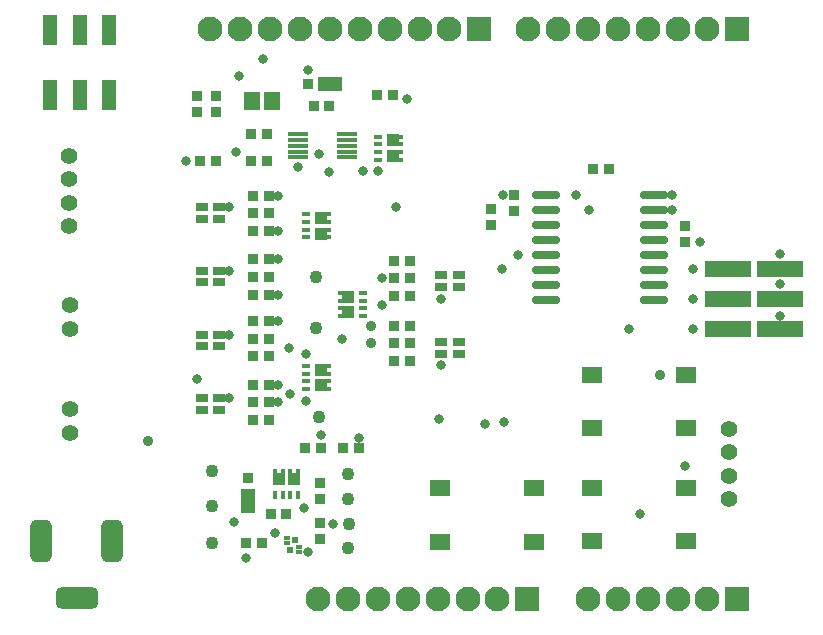
<source format=gts>
G04 Layer_Color=8388736*
%FSLAX24Y24*%
%MOIN*%
G70*
G01*
G75*
%ADD43C,0.0315*%
%ADD79R,0.0197X0.0118*%
%ADD80R,0.0236X0.0236*%
%ADD81R,0.0411X0.0433*%
%ADD82R,0.0412X0.0433*%
%ADD83R,0.0157X0.0315*%
%ADD84R,0.0433X0.0411*%
%ADD85R,0.0433X0.0412*%
%ADD86R,0.0315X0.0157*%
%ADD87R,0.0354X0.0335*%
%ADD88R,0.0335X0.0354*%
%ADD89R,0.1539X0.0539*%
%ADD90R,0.0650X0.0551*%
%ADD91R,0.0512X0.1024*%
%ADD92O,0.0945X0.0276*%
%ADD93O,0.0709X0.0157*%
%ADD94R,0.0551X0.0630*%
%ADD95R,0.0827X0.0472*%
%ADD96R,0.0354X0.0354*%
%ADD97R,0.0394X0.0315*%
%ADD98C,0.0433*%
%ADD99R,0.0354X0.0354*%
%ADD100R,0.0472X0.0827*%
%ADD101C,0.0551*%
%ADD102C,0.0827*%
%ADD103R,0.0827X0.0827*%
G04:AMPARAMS|DCode=104|XSize=70.9mil|YSize=141.7mil|CornerRadius=18.7mil|HoleSize=0mil|Usage=FLASHONLY|Rotation=0.000|XOffset=0mil|YOffset=0mil|HoleType=Round|Shape=RoundedRectangle|*
%AMROUNDEDRECTD104*
21,1,0.0709,0.1043,0,0,0.0*
21,1,0.0335,0.1417,0,0,0.0*
1,1,0.0374,0.0167,-0.0522*
1,1,0.0374,-0.0167,-0.0522*
1,1,0.0374,-0.0167,0.0522*
1,1,0.0374,0.0167,0.0522*
%
%ADD104ROUNDEDRECTD104*%
G04:AMPARAMS|DCode=105|XSize=70.9mil|YSize=141.7mil|CornerRadius=18.7mil|HoleSize=0mil|Usage=FLASHONLY|Rotation=270.000|XOffset=0mil|YOffset=0mil|HoleType=Round|Shape=RoundedRectangle|*
%AMROUNDEDRECTD105*
21,1,0.0709,0.1043,0,0,270.0*
21,1,0.0335,0.1417,0,0,270.0*
1,1,0.0374,-0.0522,-0.0167*
1,1,0.0374,-0.0522,0.0167*
1,1,0.0374,0.0522,0.0167*
1,1,0.0374,0.0522,-0.0167*
%
%ADD105ROUNDEDRECTD105*%
%ADD106C,0.0354*%
D43*
X10097Y9408D02*
D03*
X23804Y12958D02*
D03*
X26485Y12560D02*
D03*
X26491Y11562D02*
D03*
X23567Y10055D02*
D03*
Y11055D02*
D03*
X23572Y12055D02*
D03*
X7056Y8394D02*
D03*
X10138Y7867D02*
D03*
X13065Y15328D02*
D03*
X10422Y15450D02*
D03*
X11435Y15288D02*
D03*
X10728Y18697D02*
D03*
X9246Y19059D02*
D03*
X16626Y6894D02*
D03*
X23317Y5474D02*
D03*
X21452Y10057D02*
D03*
X14031Y17721D02*
D03*
X12571Y15328D02*
D03*
X13194Y10835D02*
D03*
X13194Y11736D02*
D03*
X10746Y2616D02*
D03*
X17194Y12044D02*
D03*
X20124Y14001D02*
D03*
X8354Y15937D02*
D03*
X13666Y14112D02*
D03*
X8435Y18491D02*
D03*
X11111Y15896D02*
D03*
X11585Y3558D02*
D03*
X10665Y7664D02*
D03*
X11192Y6529D02*
D03*
X8678Y2433D02*
D03*
X21817Y3893D02*
D03*
X19667Y14501D02*
D03*
X17275Y6934D02*
D03*
X15115Y7046D02*
D03*
X11864Y9733D02*
D03*
X15190Y8836D02*
D03*
Y11047D02*
D03*
X26491Y10492D02*
D03*
X17732Y12501D02*
D03*
X17228Y14511D02*
D03*
X22871Y14001D02*
D03*
Y14501D02*
D03*
X12431Y6430D02*
D03*
X10613Y4096D02*
D03*
X8272Y3609D02*
D03*
X10665Y9205D02*
D03*
X9651Y3244D02*
D03*
X9750Y7604D02*
D03*
Y8195D02*
D03*
Y10321D02*
D03*
Y11187D02*
D03*
Y12368D02*
D03*
Y13313D02*
D03*
X9750Y14494D02*
D03*
X8101Y7739D02*
D03*
Y9864D02*
D03*
Y11995D02*
D03*
Y14121D02*
D03*
X6691Y15637D02*
D03*
D79*
X10457Y2616D02*
D03*
Y2776D02*
D03*
X10027Y3093D02*
D03*
X10027Y2933D02*
D03*
D80*
X10150Y2694D02*
D03*
X10313Y3021D02*
D03*
D81*
X10278Y5040D02*
D03*
D82*
X9768Y5040D02*
D03*
D83*
X9641Y4530D02*
D03*
X9896D02*
D03*
X10407D02*
D03*
X10151D02*
D03*
Y5255D02*
D03*
X10407D02*
D03*
X9896D02*
D03*
X9641D02*
D03*
D84*
X13575Y15826D02*
D03*
X11175Y8177D02*
D03*
X12079Y11118D02*
D03*
X11175Y13229D02*
D03*
D85*
X13575Y16337D02*
D03*
X11175Y8687D02*
D03*
X12079Y10608D02*
D03*
X11175Y13739D02*
D03*
D86*
X13065Y16464D02*
D03*
Y16209D02*
D03*
Y15698D02*
D03*
Y15954D02*
D03*
X13790D02*
D03*
Y15698D02*
D03*
Y16209D02*
D03*
Y16464D02*
D03*
X10665Y8814D02*
D03*
Y8559D02*
D03*
Y8048D02*
D03*
Y8304D02*
D03*
X11390D02*
D03*
Y8048D02*
D03*
Y8559D02*
D03*
Y8814D02*
D03*
X12589Y10481D02*
D03*
Y10736D02*
D03*
Y11247D02*
D03*
Y10991D02*
D03*
X11864D02*
D03*
Y11247D02*
D03*
Y10736D02*
D03*
Y10481D02*
D03*
X10665Y13867D02*
D03*
Y13612D02*
D03*
Y13101D02*
D03*
Y13357D02*
D03*
X11390D02*
D03*
Y13101D02*
D03*
Y13612D02*
D03*
Y13867D02*
D03*
D87*
X17598Y14511D02*
D03*
Y13979D02*
D03*
X23307Y12958D02*
D03*
Y13489D02*
D03*
X16850Y13509D02*
D03*
Y14041D02*
D03*
X7671Y17282D02*
D03*
Y17814D02*
D03*
X7041D02*
D03*
Y17282D02*
D03*
X11138Y4921D02*
D03*
Y4389D02*
D03*
Y3044D02*
D03*
Y3575D02*
D03*
D88*
X20246Y15389D02*
D03*
X20778D02*
D03*
X8858Y15653D02*
D03*
X9390D02*
D03*
X13567Y17843D02*
D03*
X13035D02*
D03*
X10926Y17478D02*
D03*
X11458D02*
D03*
X7131Y15637D02*
D03*
X7663D02*
D03*
X8858Y16545D02*
D03*
X9390D02*
D03*
X13625Y11736D02*
D03*
X14156D02*
D03*
X13625Y12326D02*
D03*
X14156D02*
D03*
X13625Y11145D02*
D03*
X14156D02*
D03*
X13625Y9570D02*
D03*
X14156D02*
D03*
X13625Y10161D02*
D03*
X14156D02*
D03*
X13625Y8980D02*
D03*
X14156D02*
D03*
X9432Y7014D02*
D03*
X8900D02*
D03*
X9432Y7604D02*
D03*
X8900D02*
D03*
X9432Y9140D02*
D03*
X8900D02*
D03*
X9432Y8195D02*
D03*
X8900D02*
D03*
X9432Y9730D02*
D03*
X8900D02*
D03*
X9432Y10321D02*
D03*
X8900D02*
D03*
X9432Y11187D02*
D03*
X8900D02*
D03*
X9432Y11778D02*
D03*
X8900D02*
D03*
X9432Y12368D02*
D03*
X8900D02*
D03*
X9432Y13904D02*
D03*
X8900D02*
D03*
X9432Y13313D02*
D03*
X8900D02*
D03*
X9432Y14494D02*
D03*
X8900D02*
D03*
X10025Y3899D02*
D03*
X9493D02*
D03*
X9207Y2915D02*
D03*
X8675D02*
D03*
X11174Y6083D02*
D03*
X10643D02*
D03*
X12431Y6083D02*
D03*
X11900D02*
D03*
D89*
X26491Y10055D02*
D03*
X24741D02*
D03*
X26491Y11055D02*
D03*
X24741D02*
D03*
X26491Y12055D02*
D03*
X24741D02*
D03*
D90*
X20212Y2970D02*
D03*
X23342D02*
D03*
Y4742D02*
D03*
X20212D02*
D03*
X20200Y6734D02*
D03*
X23330D02*
D03*
Y8506D02*
D03*
X20200D02*
D03*
X15133Y2964D02*
D03*
X18263D02*
D03*
Y4736D02*
D03*
X15133D02*
D03*
D91*
X2147Y17853D02*
D03*
X4116D02*
D03*
X3131D02*
D03*
Y20019D02*
D03*
X4116D02*
D03*
X2147D02*
D03*
D92*
X18676Y14501D02*
D03*
Y14001D02*
D03*
Y13501D02*
D03*
Y13001D02*
D03*
Y12501D02*
D03*
Y12001D02*
D03*
Y11501D02*
D03*
Y11001D02*
D03*
X22259Y14501D02*
D03*
Y14001D02*
D03*
Y13501D02*
D03*
Y13001D02*
D03*
Y12501D02*
D03*
Y12001D02*
D03*
Y11501D02*
D03*
Y11001D02*
D03*
D93*
X12037Y15769D02*
D03*
Y15965D02*
D03*
Y16162D02*
D03*
Y16359D02*
D03*
Y16556D02*
D03*
X10422Y15769D02*
D03*
Y15965D02*
D03*
Y16162D02*
D03*
Y16359D02*
D03*
Y16556D02*
D03*
D94*
X8870Y17640D02*
D03*
X9540D02*
D03*
D95*
X11476Y18207D02*
D03*
D96*
X10728D02*
D03*
D97*
X7788Y9864D02*
D03*
Y9471D02*
D03*
X7198Y9864D02*
D03*
Y9471D02*
D03*
X7788Y11995D02*
D03*
Y11602D02*
D03*
X7198Y11995D02*
D03*
Y11602D02*
D03*
X7788Y7739D02*
D03*
Y7346D02*
D03*
X7198Y7739D02*
D03*
Y7346D02*
D03*
X7788Y14121D02*
D03*
Y13728D02*
D03*
X7198Y14121D02*
D03*
Y13728D02*
D03*
X15190Y11442D02*
D03*
Y11835D02*
D03*
X15780Y11442D02*
D03*
Y11835D02*
D03*
X15190Y9231D02*
D03*
Y9624D02*
D03*
X15780Y9231D02*
D03*
Y9624D02*
D03*
D98*
X11101Y7124D02*
D03*
X11019Y11767D02*
D03*
Y10083D02*
D03*
X7552Y5323D02*
D03*
Y2909D02*
D03*
Y4136D02*
D03*
X12095Y3558D02*
D03*
X12085Y4374D02*
D03*
Y5202D02*
D03*
Y2758D02*
D03*
D99*
X8733Y5081D02*
D03*
D100*
Y4333D02*
D03*
D101*
X24777Y5946D02*
D03*
Y6733D02*
D03*
Y5158D02*
D03*
Y4371D02*
D03*
X2799Y10841D02*
D03*
Y10054D02*
D03*
X2809Y7372D02*
D03*
Y6585D02*
D03*
X2768Y15831D02*
D03*
Y15043D02*
D03*
Y13469D02*
D03*
Y14256D02*
D03*
D102*
X11468Y20055D02*
D03*
X12468D02*
D03*
X13483D02*
D03*
X14468D02*
D03*
X15436D02*
D03*
X10468D02*
D03*
X9468D02*
D03*
X8468D02*
D03*
X7468D02*
D03*
X18068Y20055D02*
D03*
X19068D02*
D03*
X24036D02*
D03*
X23068D02*
D03*
X22083D02*
D03*
X21068D02*
D03*
X20068D02*
D03*
X11068Y1055D02*
D03*
X12068D02*
D03*
X17036D02*
D03*
X16068D02*
D03*
X15083D02*
D03*
X14068D02*
D03*
X13068D02*
D03*
X20068D02*
D03*
X21068D02*
D03*
X22083D02*
D03*
X23068D02*
D03*
X24036D02*
D03*
D103*
X16436Y20055D02*
D03*
X25036Y20055D02*
D03*
X18036Y1055D02*
D03*
X25036D02*
D03*
D104*
X1857Y2972D02*
D03*
X4219D02*
D03*
D105*
X3038Y1083D02*
D03*
D106*
X12855Y10161D02*
D03*
Y9570D02*
D03*
X22465Y8516D02*
D03*
X5393Y6326D02*
D03*
M02*

</source>
